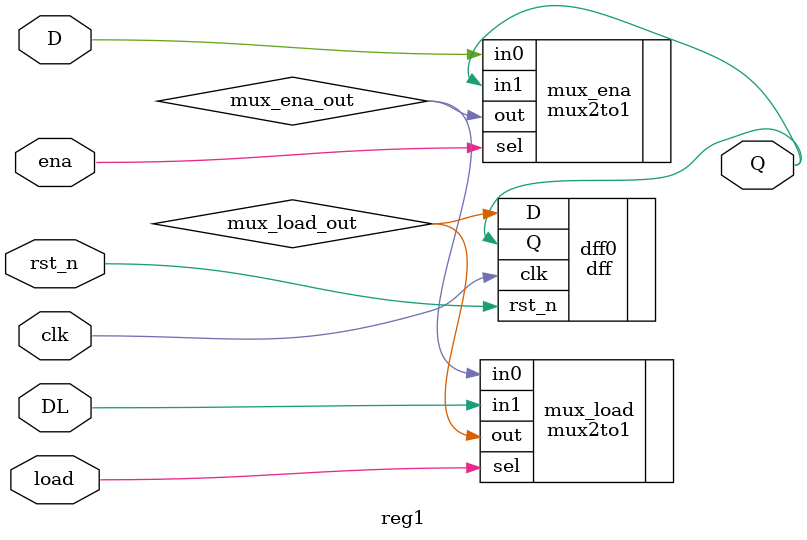
<source format=v>
module reg1 (
    input  wire clk,
    input  wire rst_n,
    input  wire ena, 
    input  wire load,
    input  wire D,
    input  wire DL,
    output wire Q
);

    wire mux_load_out;
    wire mux_ena_out;
    
    mux2to1  mux_ena(.sel(ena), .in0(D), .in1(Q), .out(mux_ena_out));
    mux2to1  mux_load(.sel(load), .in0(mux_ena_out), .in1(DL), .out(mux_load_out));
    dff      dff0(.clk(clk), .rst_n(rst_n), .D(mux_load_out), .Q(Q));
    
endmodule

</source>
